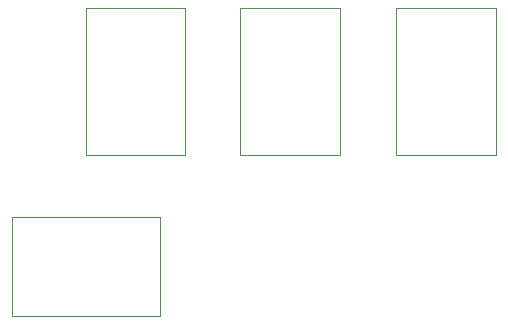
<source format=gbr>
%TF.GenerationSoftware,KiCad,Pcbnew,9.0.2*%
%TF.CreationDate,2025-08-29T09:25:12+10:00*%
%TF.ProjectId,fsr_right,6673725f-7269-4676-9874-2e6b69636164,rev?*%
%TF.SameCoordinates,Original*%
%TF.FileFunction,Other,User*%
%FSLAX46Y46*%
G04 Gerber Fmt 4.6, Leading zero omitted, Abs format (unit mm)*
G04 Created by KiCad (PCBNEW 9.0.2) date 2025-08-29 09:25:12*
%MOMM*%
%LPD*%
G01*
G04 APERTURE LIST*
%ADD10C,0.050000*%
G04 APERTURE END LIST*
D10*
%TO.C,JIn2*%
X145800000Y-63445000D02*
X154200000Y-63445000D01*
X145800000Y-75955000D02*
X145800000Y-63445000D01*
X154200000Y-63445000D02*
X154200000Y-75955000D01*
X154200000Y-75955000D02*
X145800000Y-75955000D01*
%TO.C,JMid2*%
X158900000Y-63445000D02*
X167300000Y-63445000D01*
X158900000Y-75955000D02*
X158900000Y-63445000D01*
X167300000Y-63445000D02*
X167300000Y-75955000D01*
X167300000Y-75955000D02*
X158900000Y-75955000D01*
%TO.C,JRin2*%
X172100000Y-63445000D02*
X180500000Y-63445000D01*
X172100000Y-75955000D02*
X172100000Y-63445000D01*
X180500000Y-63445000D02*
X180500000Y-75955000D01*
X180500000Y-75955000D02*
X172100000Y-75955000D01*
%TO.C,JTh2*%
X139590000Y-81150000D02*
X152100000Y-81150000D01*
X139590000Y-89550000D02*
X139590000Y-81150000D01*
X152100000Y-81150000D02*
X152100000Y-89550000D01*
X152100000Y-89550000D02*
X139590000Y-89550000D01*
%TD*%
M02*

</source>
